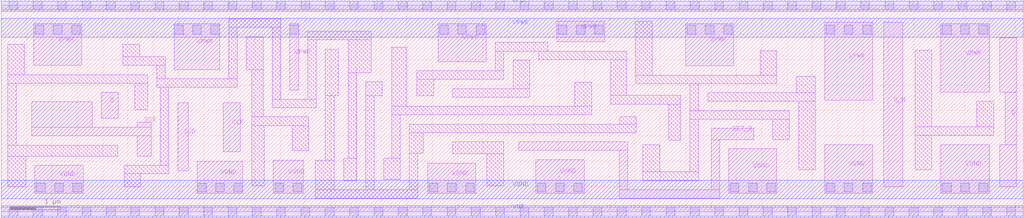
<source format=lef>
# Copyright 2020 The SkyWater PDK Authors
#
# Licensed under the Apache License, Version 2.0 (the "License");
# you may not use this file except in compliance with the License.
# You may obtain a copy of the License at
#
#     https://www.apache.org/licenses/LICENSE-2.0
#
# Unless required by applicable law or agreed to in writing, software
# distributed under the License is distributed on an "AS IS" BASIS,
# WITHOUT WARRANTIES OR CONDITIONS OF ANY KIND, either express or implied.
# See the License for the specific language governing permissions and
# limitations under the License.
#
# SPDX-License-Identifier: Apache-2.0

VERSION 5.5 ;
NAMESCASESENSITIVE ON ;
BUSBITCHARS "[]" ;
DIVIDERCHAR "/" ;
SITE unithvdbl
    SYMMETRY y  ;
    CLASS CORE  ;
    SIZE  0.480 BY 8.140 ;
END unithvdbl
MACRO sky130_fd_sc_hvl__sdfsbp_1
  CLASS CORE ;
  SOURCE USER ;
  ORIGIN  0.000000  0.000000 ;
  SIZE  20.16000 BY  4.070000 ;
  SYMMETRY X Y ;
  SITE unithv ;
  PIN D
    ANTENNAGATEAREA  0.420000 ;
    DIRECTION INPUT ;
    USE SIGNAL ;
    PORT
      LAYER li1 ;
        RECT 1.975000 1.845000 2.305000 2.355000 ;
    END
  END D
  PIN Q
    ANTENNADIFFAREA  0.498750 ;
    DIRECTION OUTPUT ;
    USE SIGNAL ;
    PORT
      LAYER li1 ;
        RECT 19.700000 0.495000 20.035000 1.325000 ;
        RECT 19.700000 2.355000 20.035000 3.435000 ;
        RECT 19.805000 1.325000 20.035000 2.355000 ;
    END
  END Q
  PIN Q_N
    ANTENNADIFFAREA  0.611250 ;
    DIRECTION OUTPUT ;
    USE SIGNAL ;
    PORT
      LAYER li1 ;
        RECT 17.405000 0.495000 17.785000 3.735000 ;
    END
  END Q_N
  PIN SCD
    ANTENNAGATEAREA  0.420000 ;
    DIRECTION INPUT ;
    USE SIGNAL ;
    PORT
      LAYER li1 ;
        RECT 3.485000 0.810000 3.690000 2.150000 ;
    END
  END SCD
  PIN SCE
    ANTENNAGATEAREA  0.840000 ;
    DIRECTION INPUT ;
    USE SIGNAL ;
    PORT
      LAYER li1 ;
        RECT 0.605000 1.495000 2.955000 1.665000 ;
        RECT 0.605000 1.665000 1.795000 2.165000 ;
        RECT 2.680000 1.095000 2.955000 1.495000 ;
        RECT 2.680000 1.665000 2.955000 1.765000 ;
    END
  END SCE
  PIN SET_B
    ANTENNAGATEAREA  0.840000 ;
    DIRECTION INPUT ;
    USE SIGNAL ;
    PORT
      LAYER li1 ;
        RECT 10.205000 1.210000 12.355000 1.380000 ;
        RECT 12.185000 0.265000 14.170000 0.435000 ;
        RECT 12.185000 0.435000 12.355000 1.210000 ;
        RECT 14.000000 0.435000 14.170000 1.425000 ;
        RECT 14.000000 1.425000 14.845000 1.645000 ;
    END
  END SET_B
  PIN CLK
    ANTENNAGATEAREA  0.585000 ;
    DIRECTION INPUT ;
    USE CLOCK ;
    PORT
      LAYER li1 ;
        RECT 4.380000 1.180000 4.710000 2.150000 ;
    END
  END CLK
  PIN VGND
    DIRECTION INOUT ;
    USE GROUND ;
    PORT
      LAYER li1 ;
        RECT 0.665000 0.365000 1.615000 0.915000 ;
    END
    PORT
      LAYER li1 ;
        RECT 10.545000 0.365000 11.495000 1.030000 ;
    END
    PORT
      LAYER li1 ;
        RECT 14.350000 0.365000 15.300000 1.245000 ;
    END
    PORT
      LAYER li1 ;
        RECT 16.240000 0.365000 17.190000 1.325000 ;
    END
    PORT
      LAYER li1 ;
        RECT 18.535000 0.365000 19.485000 1.325000 ;
    END
    PORT
      LAYER li1 ;
        RECT 3.870000 0.365000 4.760000 0.995000 ;
    END
    PORT
      LAYER li1 ;
        RECT 5.370000 0.365000 5.960000 1.020000 ;
    END
    PORT
      LAYER li1 ;
        RECT 8.410000 0.365000 9.360000 0.960000 ;
    END
    PORT
      LAYER met1 ;
        RECT 0.000000 0.255000 20.160000 0.625000 ;
    END
  END VGND
  PIN VNB
    DIRECTION INOUT ;
    USE GROUND ;
    PORT
      LAYER li1 ;
        RECT 0.000000 -0.085000 20.160000 0.085000 ;
    END
    PORT
      LAYER met1 ;
        RECT 0.000000 -0.115000 20.160000 0.115000 ;
    END
  END VNB
  PIN VPB
    DIRECTION INOUT ;
    USE POWER ;
    PORT
      LAYER li1 ;
        RECT 0.000000 3.985000 20.160000 4.155000 ;
    END
    PORT
      LAYER met1 ;
        RECT 0.000000 3.955000 20.160000 4.185000 ;
    END
  END VPB
  PIN VPWR
    DIRECTION INOUT ;
    USE POWER ;
    PORT
      LAYER li1 ;
        RECT 0.640000 2.885000 1.590000 3.705000 ;
    END
    PORT
      LAYER li1 ;
        RECT 10.955000 3.350000 11.905000 3.755000 ;
    END
    PORT
      LAYER li1 ;
        RECT 13.500000 2.875000 14.450000 3.705000 ;
    END
    PORT
      LAYER li1 ;
        RECT 16.240000 2.195000 17.190000 3.735000 ;
    END
    PORT
      LAYER li1 ;
        RECT 18.535000 2.355000 19.485000 3.705000 ;
    END
    PORT
      LAYER li1 ;
        RECT 3.415000 2.805000 4.305000 3.705000 ;
    END
    PORT
      LAYER li1 ;
        RECT 5.695000 2.400000 5.865000 3.705000 ;
    END
    PORT
      LAYER li1 ;
        RECT 8.615000 2.960000 9.565000 3.705000 ;
    END
    PORT
      LAYER met1 ;
        RECT 0.000000 3.445000 20.160000 3.815000 ;
    END
  END VPWR
  OBS
    LAYER li1 ;
      RECT  0.130000 0.495000  0.485000 1.095000 ;
      RECT  0.130000 1.095000  2.300000 1.315000 ;
      RECT  0.130000 1.315000  0.300000 2.535000 ;
      RECT  0.130000 2.535000  2.885000 2.705000 ;
      RECT  0.130000 2.705000  0.460000 3.305000 ;
      RECT  2.400000 2.885000  3.235000 3.055000 ;
      RECT  2.400000 3.055000  2.730000 3.305000 ;
      RECT  2.425000 0.495000  2.755000 0.745000 ;
      RECT  2.425000 0.745000  3.305000 0.915000 ;
      RECT  2.635000 2.015000  2.885000 2.535000 ;
      RECT  3.065000 2.455000  4.655000 2.625000 ;
      RECT  3.065000 2.625000  3.235000 2.885000 ;
      RECT  3.135000 0.915000  3.305000 2.455000 ;
      RECT  4.485000 2.625000  4.655000 3.635000 ;
      RECT  4.485000 3.635000  5.515000 3.805000 ;
      RECT  4.835000 2.805000  5.165000 3.455000 ;
      RECT  4.940000 0.515000  5.190000 1.700000 ;
      RECT  4.940000 1.700000  6.065000 1.870000 ;
      RECT  4.940000 1.870000  5.165000 2.805000 ;
      RECT  5.345000 2.050000  6.215000 2.220000 ;
      RECT  5.345000 2.220000  5.515000 3.635000 ;
      RECT  5.735000 1.200000  6.065000 1.700000 ;
      RECT  6.045000 2.220000  6.215000 3.390000 ;
      RECT  6.045000 3.390000  7.295000 3.560000 ;
      RECT  6.190000 0.265000  8.220000 0.435000 ;
      RECT  6.190000 0.435000  6.565000 1.020000 ;
      RECT  6.395000 1.020000  6.565000 2.290000 ;
      RECT  6.395000 2.290000  6.645000 3.210000 ;
      RECT  6.760000 0.615000  7.010000 1.060000 ;
      RECT  6.840000 1.060000  7.010000 2.740000 ;
      RECT  6.840000 2.740000  7.295000 3.390000 ;
      RECT  7.190000 0.435000  7.360000 2.290000 ;
      RECT  7.190000 2.290000  7.520000 2.560000 ;
      RECT  7.540000 0.640000  7.870000 1.060000 ;
      RECT  7.700000 1.060000  7.870000 1.910000 ;
      RECT  7.700000 1.910000 11.645000 2.080000 ;
      RECT  7.700000 2.080000  7.995000 3.240000 ;
      RECT  8.050000 0.435000  8.220000 1.150000 ;
      RECT  8.050000 1.150000  8.325000 1.560000 ;
      RECT  8.050000 1.560000 12.530000 1.730000 ;
      RECT  8.200000 2.290000  8.530000 2.610000 ;
      RECT  8.200000 2.610000  9.915000 2.780000 ;
      RECT  8.910000 1.140000  9.910000 1.380000 ;
      RECT  8.910000 2.260000 10.425000 2.430000 ;
      RECT  9.580000 0.515000  9.910000 1.140000 ;
      RECT  9.745000 2.780000  9.915000 3.170000 ;
      RECT  9.745000 3.170000 10.775000 3.340000 ;
      RECT 10.095000 2.430000 10.425000 2.990000 ;
      RECT 10.605000 3.000000 12.335000 3.170000 ;
      RECT 11.315000 2.080000 11.645000 2.555000 ;
      RECT 12.025000 2.125000 13.405000 2.295000 ;
      RECT 12.025000 2.295000 12.335000 3.000000 ;
      RECT 12.200000 1.730000 12.530000 1.875000 ;
      RECT 12.515000 2.525000 15.300000 2.695000 ;
      RECT 12.515000 2.695000 12.845000 3.755000 ;
      RECT 12.655000 0.615000 13.755000 0.785000 ;
      RECT 12.655000 0.785000 12.985000 1.325000 ;
      RECT 13.165000 1.415000 13.405000 2.125000 ;
      RECT 13.585000 0.785000 13.755000 1.825000 ;
      RECT 13.585000 1.825000 15.545000 1.995000 ;
      RECT 13.585000 1.995000 13.755000 2.525000 ;
      RECT 13.935000 2.175000 16.060000 2.345000 ;
      RECT 14.970000 2.695000 15.300000 3.175000 ;
      RECT 15.215000 1.425000 15.545000 1.825000 ;
      RECT 15.685000 2.345000 16.060000 2.675000 ;
      RECT 15.730000 0.825000 16.060000 2.175000 ;
      RECT 18.025000 0.825000 18.355000 1.505000 ;
      RECT 18.025000 1.505000 19.575000 1.675000 ;
      RECT 18.025000 1.675000 18.355000 3.185000 ;
      RECT 19.245000 1.675000 19.575000 2.175000 ;
    LAYER mcon ;
      RECT  0.155000 -0.085000  0.325000 0.085000 ;
      RECT  0.155000  3.985000  0.325000 4.155000 ;
      RECT  0.635000 -0.085000  0.805000 0.085000 ;
      RECT  0.635000  3.985000  0.805000 4.155000 ;
      RECT  0.670000  3.505000  0.840000 3.675000 ;
      RECT  0.695000  0.395000  0.865000 0.565000 ;
      RECT  1.030000  3.505000  1.200000 3.675000 ;
      RECT  1.055000  0.395000  1.225000 0.565000 ;
      RECT  1.115000 -0.085000  1.285000 0.085000 ;
      RECT  1.115000  3.985000  1.285000 4.155000 ;
      RECT  1.390000  3.505000  1.560000 3.675000 ;
      RECT  1.415000  0.395000  1.585000 0.565000 ;
      RECT  1.595000 -0.085000  1.765000 0.085000 ;
      RECT  1.595000  3.985000  1.765000 4.155000 ;
      RECT  2.075000 -0.085000  2.245000 0.085000 ;
      RECT  2.075000  3.985000  2.245000 4.155000 ;
      RECT  2.555000 -0.085000  2.725000 0.085000 ;
      RECT  2.555000  3.985000  2.725000 4.155000 ;
      RECT  3.035000 -0.085000  3.205000 0.085000 ;
      RECT  3.035000  3.985000  3.205000 4.155000 ;
      RECT  3.415000  3.505000  3.585000 3.675000 ;
      RECT  3.515000 -0.085000  3.685000 0.085000 ;
      RECT  3.515000  3.985000  3.685000 4.155000 ;
      RECT  3.775000  3.505000  3.945000 3.675000 ;
      RECT  3.870000  0.395000  4.040000 0.565000 ;
      RECT  3.995000 -0.085000  4.165000 0.085000 ;
      RECT  3.995000  3.985000  4.165000 4.155000 ;
      RECT  4.135000  3.505000  4.305000 3.675000 ;
      RECT  4.230000  0.395000  4.400000 0.565000 ;
      RECT  4.475000 -0.085000  4.645000 0.085000 ;
      RECT  4.475000  3.985000  4.645000 4.155000 ;
      RECT  4.590000  0.395000  4.760000 0.565000 ;
      RECT  4.955000 -0.085000  5.125000 0.085000 ;
      RECT  4.955000  3.985000  5.125000 4.155000 ;
      RECT  5.400000  0.395000  5.570000 0.565000 ;
      RECT  5.435000 -0.085000  5.605000 0.085000 ;
      RECT  5.435000  3.985000  5.605000 4.155000 ;
      RECT  5.695000  3.505000  5.865000 3.675000 ;
      RECT  5.760000  0.395000  5.930000 0.565000 ;
      RECT  5.915000 -0.085000  6.085000 0.085000 ;
      RECT  5.915000  3.985000  6.085000 4.155000 ;
      RECT  6.395000 -0.085000  6.565000 0.085000 ;
      RECT  6.395000  3.985000  6.565000 4.155000 ;
      RECT  6.875000 -0.085000  7.045000 0.085000 ;
      RECT  6.875000  3.985000  7.045000 4.155000 ;
      RECT  7.355000 -0.085000  7.525000 0.085000 ;
      RECT  7.355000  3.985000  7.525000 4.155000 ;
      RECT  7.835000 -0.085000  8.005000 0.085000 ;
      RECT  7.835000  3.985000  8.005000 4.155000 ;
      RECT  8.315000 -0.085000  8.485000 0.085000 ;
      RECT  8.315000  3.985000  8.485000 4.155000 ;
      RECT  8.440000  0.395000  8.610000 0.565000 ;
      RECT  8.645000  3.505000  8.815000 3.675000 ;
      RECT  8.795000 -0.085000  8.965000 0.085000 ;
      RECT  8.795000  3.985000  8.965000 4.155000 ;
      RECT  8.800000  0.395000  8.970000 0.565000 ;
      RECT  9.005000  3.505000  9.175000 3.675000 ;
      RECT  9.160000  0.395000  9.330000 0.565000 ;
      RECT  9.275000 -0.085000  9.445000 0.085000 ;
      RECT  9.275000  3.985000  9.445000 4.155000 ;
      RECT  9.365000  3.505000  9.535000 3.675000 ;
      RECT  9.755000 -0.085000  9.925000 0.085000 ;
      RECT  9.755000  3.985000  9.925000 4.155000 ;
      RECT 10.235000 -0.085000 10.405000 0.085000 ;
      RECT 10.235000  3.985000 10.405000 4.155000 ;
      RECT 10.575000  0.395000 10.745000 0.565000 ;
      RECT 10.715000 -0.085000 10.885000 0.085000 ;
      RECT 10.715000  3.985000 10.885000 4.155000 ;
      RECT 10.935000  0.395000 11.105000 0.565000 ;
      RECT 10.985000  3.505000 11.155000 3.675000 ;
      RECT 11.195000 -0.085000 11.365000 0.085000 ;
      RECT 11.195000  3.985000 11.365000 4.155000 ;
      RECT 11.295000  0.395000 11.465000 0.565000 ;
      RECT 11.345000  3.505000 11.515000 3.675000 ;
      RECT 11.675000 -0.085000 11.845000 0.085000 ;
      RECT 11.675000  3.985000 11.845000 4.155000 ;
      RECT 11.705000  3.505000 11.875000 3.675000 ;
      RECT 12.155000 -0.085000 12.325000 0.085000 ;
      RECT 12.155000  3.985000 12.325000 4.155000 ;
      RECT 12.635000 -0.085000 12.805000 0.085000 ;
      RECT 12.635000  3.985000 12.805000 4.155000 ;
      RECT 13.115000 -0.085000 13.285000 0.085000 ;
      RECT 13.115000  3.985000 13.285000 4.155000 ;
      RECT 13.530000  3.505000 13.700000 3.675000 ;
      RECT 13.595000 -0.085000 13.765000 0.085000 ;
      RECT 13.595000  3.985000 13.765000 4.155000 ;
      RECT 13.890000  3.505000 14.060000 3.675000 ;
      RECT 14.075000 -0.085000 14.245000 0.085000 ;
      RECT 14.075000  3.985000 14.245000 4.155000 ;
      RECT 14.250000  3.505000 14.420000 3.675000 ;
      RECT 14.380000  0.395000 14.550000 0.565000 ;
      RECT 14.555000 -0.085000 14.725000 0.085000 ;
      RECT 14.555000  3.985000 14.725000 4.155000 ;
      RECT 14.740000  0.395000 14.910000 0.565000 ;
      RECT 15.035000 -0.085000 15.205000 0.085000 ;
      RECT 15.035000  3.985000 15.205000 4.155000 ;
      RECT 15.100000  0.395000 15.270000 0.565000 ;
      RECT 15.515000 -0.085000 15.685000 0.085000 ;
      RECT 15.515000  3.985000 15.685000 4.155000 ;
      RECT 15.995000 -0.085000 16.165000 0.085000 ;
      RECT 15.995000  3.985000 16.165000 4.155000 ;
      RECT 16.270000  0.395000 16.440000 0.565000 ;
      RECT 16.270000  3.505000 16.440000 3.675000 ;
      RECT 16.475000 -0.085000 16.645000 0.085000 ;
      RECT 16.475000  3.985000 16.645000 4.155000 ;
      RECT 16.630000  0.395000 16.800000 0.565000 ;
      RECT 16.630000  3.505000 16.800000 3.675000 ;
      RECT 16.955000 -0.085000 17.125000 0.085000 ;
      RECT 16.955000  3.985000 17.125000 4.155000 ;
      RECT 16.990000  0.395000 17.160000 0.565000 ;
      RECT 16.990000  3.505000 17.160000 3.675000 ;
      RECT 17.435000 -0.085000 17.605000 0.085000 ;
      RECT 17.435000  3.985000 17.605000 4.155000 ;
      RECT 17.915000 -0.085000 18.085000 0.085000 ;
      RECT 17.915000  3.985000 18.085000 4.155000 ;
      RECT 18.395000 -0.085000 18.565000 0.085000 ;
      RECT 18.395000  3.985000 18.565000 4.155000 ;
      RECT 18.565000  0.395000 18.735000 0.565000 ;
      RECT 18.565000  3.505000 18.735000 3.675000 ;
      RECT 18.875000 -0.085000 19.045000 0.085000 ;
      RECT 18.875000  3.985000 19.045000 4.155000 ;
      RECT 18.925000  0.395000 19.095000 0.565000 ;
      RECT 18.925000  3.505000 19.095000 3.675000 ;
      RECT 19.285000  0.395000 19.455000 0.565000 ;
      RECT 19.285000  3.505000 19.455000 3.675000 ;
      RECT 19.355000 -0.085000 19.525000 0.085000 ;
      RECT 19.355000  3.985000 19.525000 4.155000 ;
      RECT 19.835000 -0.085000 20.005000 0.085000 ;
      RECT 19.835000  3.985000 20.005000 4.155000 ;
  END
END sky130_fd_sc_hvl__sdfsbp_1
END LIBRARY

</source>
